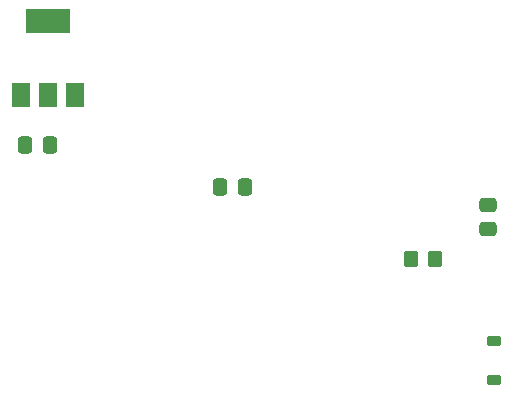
<source format=gbr>
%TF.GenerationSoftware,KiCad,Pcbnew,7.0.7*%
%TF.CreationDate,2023-10-31T12:47:44-05:00*%
%TF.ProjectId,445_project,3434355f-7072-46f6-9a65-63742e6b6963,rev?*%
%TF.SameCoordinates,Original*%
%TF.FileFunction,Paste,Top*%
%TF.FilePolarity,Positive*%
%FSLAX46Y46*%
G04 Gerber Fmt 4.6, Leading zero omitted, Abs format (unit mm)*
G04 Created by KiCad (PCBNEW 7.0.7) date 2023-10-31 12:47:44*
%MOMM*%
%LPD*%
G01*
G04 APERTURE LIST*
G04 Aperture macros list*
%AMRoundRect*
0 Rectangle with rounded corners*
0 $1 Rounding radius*
0 $2 $3 $4 $5 $6 $7 $8 $9 X,Y pos of 4 corners*
0 Add a 4 corners polygon primitive as box body*
4,1,4,$2,$3,$4,$5,$6,$7,$8,$9,$2,$3,0*
0 Add four circle primitives for the rounded corners*
1,1,$1+$1,$2,$3*
1,1,$1+$1,$4,$5*
1,1,$1+$1,$6,$7*
1,1,$1+$1,$8,$9*
0 Add four rect primitives between the rounded corners*
20,1,$1+$1,$2,$3,$4,$5,0*
20,1,$1+$1,$4,$5,$6,$7,0*
20,1,$1+$1,$6,$7,$8,$9,0*
20,1,$1+$1,$8,$9,$2,$3,0*%
G04 Aperture macros list end*
%ADD10RoundRect,0.250000X-0.475000X0.337500X-0.475000X-0.337500X0.475000X-0.337500X0.475000X0.337500X0*%
%ADD11R,1.500000X2.000000*%
%ADD12R,3.800000X2.000000*%
%ADD13RoundRect,0.250000X-0.337500X-0.475000X0.337500X-0.475000X0.337500X0.475000X-0.337500X0.475000X0*%
%ADD14RoundRect,0.250000X0.350000X0.450000X-0.350000X0.450000X-0.350000X-0.450000X0.350000X-0.450000X0*%
%ADD15RoundRect,0.225000X-0.375000X0.225000X-0.375000X-0.225000X0.375000X-0.225000X0.375000X0.225000X0*%
G04 APERTURE END LIST*
D10*
%TO.C,C3*%
X95631000Y-113897500D03*
X95631000Y-115972500D03*
%TD*%
D11*
%TO.C,U2*%
X56120000Y-104623000D03*
X58420000Y-104623000D03*
X60720000Y-104623000D03*
D12*
X58420000Y-98323000D03*
%TD*%
D13*
%TO.C,C1*%
X56493500Y-108839000D03*
X58568500Y-108839000D03*
%TD*%
D14*
%TO.C,R1*%
X91170000Y-118491000D03*
X89170000Y-118491000D03*
%TD*%
D15*
%TO.C,D1*%
X96139000Y-125477000D03*
X96139000Y-128777000D03*
%TD*%
D13*
%TO.C,C2*%
X72982000Y-112395000D03*
X75057000Y-112395000D03*
%TD*%
M02*

</source>
